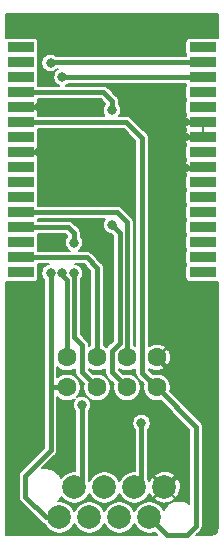
<source format=gtl>
G04 #@! TF.GenerationSoftware,KiCad,Pcbnew,(5.1.9)-1*
G04 #@! TF.CreationDate,2023-02-14T09:35:45+01:00*
G04 #@! TF.ProjectId,Stlink,53746c69-6e6b-42e6-9b69-6361645f7063,rev?*
G04 #@! TF.SameCoordinates,PXd59f80PY14fb180*
G04 #@! TF.FileFunction,Copper,L1,Top*
G04 #@! TF.FilePolarity,Positive*
%FSLAX46Y46*%
G04 Gerber Fmt 4.6, Leading zero omitted, Abs format (unit mm)*
G04 Created by KiCad (PCBNEW (5.1.9)-1) date 2023-02-14 09:35:45*
%MOMM*%
%LPD*%
G01*
G04 APERTURE LIST*
G04 #@! TA.AperFunction,ComponentPad*
%ADD10C,2.000000*%
G04 #@! TD*
G04 #@! TA.AperFunction,SMDPad,CuDef*
%ADD11R,2.200000X0.900000*%
G04 #@! TD*
G04 #@! TA.AperFunction,ComponentPad*
%ADD12C,1.600000*%
G04 #@! TD*
G04 #@! TA.AperFunction,ViaPad*
%ADD13C,0.800000*%
G04 #@! TD*
G04 #@! TA.AperFunction,Conductor*
%ADD14C,0.400000*%
G04 #@! TD*
G04 #@! TA.AperFunction,Conductor*
%ADD15C,0.150000*%
G04 #@! TD*
G04 #@! TA.AperFunction,Conductor*
%ADD16C,0.100000*%
G04 #@! TD*
G04 APERTURE END LIST*
D10*
X13845000Y-40530000D03*
X12575000Y-43070000D03*
X8765000Y-40530000D03*
X7495000Y-43070000D03*
X4955000Y-43070000D03*
X6225000Y-40530000D03*
X10035000Y-43070000D03*
X11305000Y-40530000D03*
D11*
X1698970Y-3275000D03*
X1698970Y-14705000D03*
X1698970Y-15975000D03*
X1698970Y-17245000D03*
X1698970Y-18515000D03*
X1698970Y-19785000D03*
X1698970Y-21055000D03*
X1698970Y-22325000D03*
X17101030Y-22325000D03*
X17101030Y-21055000D03*
X17101030Y-19785000D03*
X1698970Y-4545000D03*
X17101030Y-18515000D03*
X17101030Y-17245000D03*
X17101030Y-15975000D03*
X17101030Y-14705000D03*
X17101030Y-13435000D03*
X17101030Y-12165000D03*
X17101030Y-10895000D03*
X17101030Y-9625000D03*
X17101030Y-8355000D03*
X17101030Y-7085000D03*
X1698970Y-5815000D03*
X17101030Y-5815000D03*
X17101030Y-4545000D03*
X17101030Y-3275000D03*
X1698970Y-7085000D03*
X1698970Y-8355000D03*
X1698970Y-9625000D03*
X1698970Y-10895000D03*
X1698970Y-12165000D03*
X1698970Y-13435000D03*
D12*
X13210000Y-29530000D03*
X8130000Y-29530000D03*
X5590000Y-29530000D03*
X10670000Y-29530000D03*
X5590000Y-32070000D03*
X8130000Y-32070000D03*
X10670000Y-32070000D03*
X13210000Y-32070000D03*
D13*
X7150000Y-23900000D03*
X2200000Y-34400000D03*
X5400000Y-34400000D03*
X9400000Y-3300000D03*
X3700000Y-19800000D03*
X9100000Y-22400000D03*
X3200000Y-12150000D03*
X3200000Y-8350000D03*
X15600000Y-13450000D03*
X15600000Y-10900000D03*
X15600000Y-9600000D03*
X15000000Y-32600000D03*
X15000000Y-35200000D03*
X5400000Y-38200000D03*
X6200000Y-22400000D03*
X6200000Y-19800000D03*
X4199997Y-22400000D03*
X4200000Y-4600000D03*
X5200000Y-22400000D03*
X5200000Y-5800000D03*
X6850000Y-33550000D03*
X9400000Y-18300000D03*
X9400000Y-8600000D03*
X11900000Y-35100000D03*
D14*
X17096030Y-10900000D02*
X17101030Y-10895000D01*
X15600000Y-10900000D02*
X17096030Y-10900000D01*
X17076030Y-9600000D02*
X17101030Y-9625000D01*
X15600000Y-9600000D02*
X17076030Y-9600000D01*
X17086030Y-13450000D02*
X17101030Y-13435000D01*
X15600000Y-13450000D02*
X17086030Y-13450000D01*
X1703970Y-8350000D02*
X1698970Y-8355000D01*
X3200000Y-8350000D02*
X1703970Y-8350000D01*
X1713970Y-12150000D02*
X1698970Y-12165000D01*
X3200000Y-12150000D02*
X1713970Y-12150000D01*
X15000000Y-31320000D02*
X15000000Y-32600000D01*
X13210000Y-29530000D02*
X13740000Y-30060000D01*
X15000000Y-39375000D02*
X13845000Y-40530000D01*
X15000000Y-35200000D02*
X15000000Y-39375000D01*
X13740000Y-30060000D02*
X15000000Y-31320000D01*
X1698970Y-9625000D02*
X10625000Y-9625000D01*
X10625000Y-9625000D02*
X11950000Y-10950000D01*
X11950000Y-30810000D02*
X13210000Y-32070000D01*
X11950000Y-10950000D02*
X11950000Y-30810000D01*
X14025001Y-44520001D02*
X12575000Y-43070000D01*
X15776001Y-44520001D02*
X14025001Y-44520001D01*
X16530001Y-43766001D02*
X15776001Y-44520001D01*
X16530001Y-35390001D02*
X16530001Y-43766001D01*
X13210000Y-32070000D02*
X16530001Y-35390001D01*
X6850000Y-30790000D02*
X8130000Y-32070000D01*
X6850000Y-28450000D02*
X6190010Y-27790010D01*
X6850000Y-30790000D02*
X6850000Y-28450000D01*
X6190010Y-22409990D02*
X6200000Y-22400000D01*
X6190010Y-27790010D02*
X6190010Y-22409990D01*
X1698970Y-18515000D02*
X5715000Y-18515000D01*
X6200000Y-19000000D02*
X6200000Y-19800000D01*
X5715000Y-18515000D02*
X6200000Y-19000000D01*
X4199997Y-22400000D02*
X4199997Y-29915999D01*
X4255000Y-4545000D02*
X4200000Y-4600000D01*
X17101030Y-4545000D02*
X4255000Y-4545000D01*
X3817998Y-43070000D02*
X4955000Y-43070000D01*
X2069999Y-41322001D02*
X3817998Y-43070000D01*
X2069999Y-39530001D02*
X2069999Y-41322001D01*
X4199997Y-37400003D02*
X2069999Y-39530001D01*
X4229994Y-32070000D02*
X4199997Y-32099997D01*
X5590000Y-32070000D02*
X4229994Y-32070000D01*
X4199997Y-32099997D02*
X4199997Y-37400003D01*
X4199997Y-29915999D02*
X4199997Y-32099997D01*
X5200000Y-22584002D02*
X5200000Y-22400000D01*
X5590000Y-22974002D02*
X5200000Y-22584002D01*
X5590000Y-29530000D02*
X5590000Y-22974002D01*
X17086030Y-5800000D02*
X17101030Y-5815000D01*
X5200000Y-5800000D02*
X17086030Y-5800000D01*
X6850000Y-39905000D02*
X6225000Y-40530000D01*
X6850000Y-33550000D02*
X6850000Y-39905000D01*
X9400000Y-8600000D02*
X9400000Y-7800000D01*
X8685000Y-7085000D02*
X1698970Y-7085000D01*
X9400000Y-7800000D02*
X8685000Y-7085000D01*
X10670000Y-32070000D02*
X9400000Y-30800000D01*
X9400000Y-29000000D02*
X10069990Y-28330010D01*
X9400000Y-30800000D02*
X9400000Y-29000000D01*
X10069990Y-18969990D02*
X9400000Y-18300000D01*
X10069990Y-28330010D02*
X10069990Y-18969990D01*
X7255000Y-21055000D02*
X1698970Y-21055000D01*
X8130000Y-21930000D02*
X7255000Y-21055000D01*
X8130000Y-29530000D02*
X8130000Y-21930000D01*
X1698970Y-17245000D02*
X9845000Y-17245000D01*
X9845000Y-17245000D02*
X10670000Y-18070000D01*
X10670000Y-18070000D02*
X10670000Y-29530000D01*
X11900000Y-39935000D02*
X11305000Y-40530000D01*
X11900000Y-35100000D02*
X11900000Y-39935000D01*
D15*
X15652899Y-6409200D02*
X15674707Y-6450000D01*
X15652899Y-6490800D01*
X15631456Y-6561487D01*
X15624216Y-6635000D01*
X15624216Y-7535000D01*
X15631456Y-7608513D01*
X15652899Y-7679200D01*
X15674707Y-7720000D01*
X15652899Y-7760800D01*
X15631456Y-7831487D01*
X15624216Y-7905000D01*
X15624216Y-8805000D01*
X15631456Y-8878513D01*
X15652899Y-8949200D01*
X15674707Y-8990000D01*
X15652899Y-9030800D01*
X15631456Y-9101487D01*
X15624216Y-9175000D01*
X15626030Y-9506250D01*
X15719780Y-9600000D01*
X17076030Y-9600000D01*
X17076030Y-9580000D01*
X17126030Y-9580000D01*
X17126030Y-9600000D01*
X17146030Y-9600000D01*
X17146030Y-9650000D01*
X17126030Y-9650000D01*
X17126030Y-10870000D01*
X17146030Y-10870000D01*
X17146030Y-10920000D01*
X17126030Y-10920000D01*
X17126030Y-10940000D01*
X17076030Y-10940000D01*
X17076030Y-10920000D01*
X15719780Y-10920000D01*
X15626030Y-11013750D01*
X15624216Y-11345000D01*
X15631456Y-11418513D01*
X15652899Y-11489200D01*
X15674707Y-11530000D01*
X15652899Y-11570800D01*
X15631456Y-11641487D01*
X15624216Y-11715000D01*
X15624216Y-12615000D01*
X15631456Y-12688513D01*
X15652899Y-12759200D01*
X15674707Y-12800000D01*
X15652899Y-12840800D01*
X15631456Y-12911487D01*
X15624216Y-12985000D01*
X15626030Y-13316250D01*
X15719780Y-13410000D01*
X17076030Y-13410000D01*
X17076030Y-13390000D01*
X17126030Y-13390000D01*
X17126030Y-13410000D01*
X17146030Y-13410000D01*
X17146030Y-13460000D01*
X17126030Y-13460000D01*
X17126030Y-13480000D01*
X17076030Y-13480000D01*
X17076030Y-13460000D01*
X15719780Y-13460000D01*
X15626030Y-13553750D01*
X15624216Y-13885000D01*
X15631456Y-13958513D01*
X15652899Y-14029200D01*
X15674707Y-14070000D01*
X15652899Y-14110800D01*
X15631456Y-14181487D01*
X15624216Y-14255000D01*
X15624216Y-15155000D01*
X15631456Y-15228513D01*
X15652899Y-15299200D01*
X15674707Y-15340000D01*
X15652899Y-15380800D01*
X15631456Y-15451487D01*
X15624216Y-15525000D01*
X15624216Y-16425000D01*
X15631456Y-16498513D01*
X15652899Y-16569200D01*
X15674707Y-16610000D01*
X15652899Y-16650800D01*
X15631456Y-16721487D01*
X15624216Y-16795000D01*
X15624216Y-17695000D01*
X15631456Y-17768513D01*
X15652899Y-17839200D01*
X15674707Y-17880000D01*
X15652899Y-17920800D01*
X15631456Y-17991487D01*
X15624216Y-18065000D01*
X15624216Y-18965000D01*
X15631456Y-19038513D01*
X15652899Y-19109200D01*
X15674707Y-19150000D01*
X15652899Y-19190800D01*
X15631456Y-19261487D01*
X15624216Y-19335000D01*
X15624216Y-20235000D01*
X15631456Y-20308513D01*
X15652899Y-20379200D01*
X15674707Y-20420000D01*
X15652899Y-20460800D01*
X15631456Y-20531487D01*
X15624216Y-20605000D01*
X15624216Y-21505000D01*
X15631456Y-21578513D01*
X15652899Y-21649200D01*
X15674707Y-21690000D01*
X15652899Y-21730800D01*
X15631456Y-21801487D01*
X15624216Y-21875000D01*
X15624216Y-22775000D01*
X15631456Y-22848513D01*
X15652899Y-22919200D01*
X15687721Y-22984347D01*
X15734582Y-23041448D01*
X15791683Y-23088309D01*
X15856830Y-23123131D01*
X15927517Y-23144574D01*
X16001030Y-23151814D01*
X18201030Y-23151814D01*
X18274543Y-23144574D01*
X18345230Y-23123131D01*
X18350000Y-23120581D01*
X18350000Y-43977995D01*
X18337409Y-44106407D01*
X18306504Y-44208768D01*
X18256308Y-44303173D01*
X18188733Y-44386028D01*
X18106350Y-44454182D01*
X18012298Y-44505036D01*
X17910162Y-44536652D01*
X17783166Y-44550000D01*
X16559174Y-44550000D01*
X16916613Y-44192562D01*
X16938555Y-44174555D01*
X16980440Y-44123517D01*
X17010409Y-44087000D01*
X17063802Y-43987109D01*
X17066448Y-43978385D01*
X17096681Y-43878721D01*
X17105001Y-43794247D01*
X17105001Y-43794245D01*
X17107783Y-43766002D01*
X17105001Y-43737759D01*
X17105001Y-35418243D01*
X17107783Y-35390000D01*
X17101485Y-35326059D01*
X17096681Y-35277281D01*
X17063802Y-35168893D01*
X17011880Y-35071755D01*
X17010409Y-35069002D01*
X16956560Y-35003387D01*
X16938555Y-34981447D01*
X16916614Y-34963441D01*
X14344169Y-32390997D01*
X14385000Y-32185727D01*
X14385000Y-31954273D01*
X14339845Y-31727265D01*
X14251271Y-31513429D01*
X14122682Y-31320981D01*
X13959019Y-31157318D01*
X13766571Y-31028729D01*
X13552735Y-30940155D01*
X13325727Y-30895000D01*
X13094273Y-30895000D01*
X12889003Y-30935831D01*
X12525000Y-30571828D01*
X12525000Y-30472540D01*
X12536392Y-30499675D01*
X12738510Y-30612457D01*
X12958746Y-30683641D01*
X13188638Y-30710491D01*
X13419350Y-30691976D01*
X13642017Y-30628806D01*
X13848083Y-30523411D01*
X13883608Y-30499675D01*
X13960698Y-30316053D01*
X13210000Y-29565355D01*
X13195858Y-29579498D01*
X13160503Y-29544143D01*
X13174645Y-29530000D01*
X13245355Y-29530000D01*
X13996053Y-30280698D01*
X14179675Y-30203608D01*
X14292457Y-30001490D01*
X14363641Y-29781254D01*
X14390491Y-29551362D01*
X14371976Y-29320650D01*
X14308806Y-29097983D01*
X14203411Y-28891917D01*
X14179675Y-28856392D01*
X13996053Y-28779302D01*
X13245355Y-29530000D01*
X13174645Y-29530000D01*
X13160503Y-29515858D01*
X13195858Y-29480503D01*
X13210000Y-29494645D01*
X13960698Y-28743947D01*
X13883608Y-28560325D01*
X13681490Y-28447543D01*
X13461254Y-28376359D01*
X13231362Y-28349509D01*
X13000650Y-28368024D01*
X12777983Y-28431194D01*
X12571917Y-28536589D01*
X12536392Y-28560325D01*
X12525000Y-28587460D01*
X12525000Y-10978243D01*
X12527782Y-10950000D01*
X12524827Y-10920000D01*
X12516680Y-10837280D01*
X12483801Y-10728892D01*
X12430409Y-10629003D01*
X12430408Y-10629001D01*
X12376559Y-10563386D01*
X12358554Y-10541446D01*
X12336613Y-10523440D01*
X11888173Y-10075000D01*
X15624216Y-10075000D01*
X15631456Y-10148513D01*
X15652899Y-10219200D01*
X15674707Y-10260000D01*
X15652899Y-10300800D01*
X15631456Y-10371487D01*
X15624216Y-10445000D01*
X15626030Y-10776250D01*
X15719780Y-10870000D01*
X17076030Y-10870000D01*
X17076030Y-9650000D01*
X15719780Y-9650000D01*
X15626030Y-9743750D01*
X15624216Y-10075000D01*
X11888173Y-10075000D01*
X11051565Y-9238393D01*
X11033554Y-9216446D01*
X10945998Y-9144592D01*
X10846108Y-9091199D01*
X10737720Y-9058320D01*
X10653246Y-9050000D01*
X10653243Y-9050000D01*
X10625000Y-9047218D01*
X10596757Y-9050000D01*
X10031404Y-9050000D01*
X10086796Y-8967100D01*
X10145217Y-8826059D01*
X10175000Y-8676331D01*
X10175000Y-8523669D01*
X10145217Y-8373941D01*
X10086796Y-8232900D01*
X10001982Y-8105966D01*
X9975000Y-8078984D01*
X9975000Y-7828243D01*
X9977782Y-7800000D01*
X9973921Y-7760800D01*
X9966680Y-7687280D01*
X9933801Y-7578892D01*
X9880408Y-7479002D01*
X9808554Y-7391446D01*
X9786612Y-7373439D01*
X9111565Y-6698393D01*
X9093554Y-6676446D01*
X9005998Y-6604592D01*
X8906108Y-6551199D01*
X8797720Y-6518320D01*
X8713246Y-6510000D01*
X8713243Y-6510000D01*
X8685000Y-6507218D01*
X8656757Y-6510000D01*
X5511080Y-6510000D01*
X5567100Y-6486796D01*
X5694034Y-6401982D01*
X5721016Y-6375000D01*
X15642524Y-6375000D01*
X15652899Y-6409200D01*
G04 #@! TA.AperFunction,Conductor*
D16*
G36*
X15652899Y-6409200D02*
G01*
X15674707Y-6450000D01*
X15652899Y-6490800D01*
X15631456Y-6561487D01*
X15624216Y-6635000D01*
X15624216Y-7535000D01*
X15631456Y-7608513D01*
X15652899Y-7679200D01*
X15674707Y-7720000D01*
X15652899Y-7760800D01*
X15631456Y-7831487D01*
X15624216Y-7905000D01*
X15624216Y-8805000D01*
X15631456Y-8878513D01*
X15652899Y-8949200D01*
X15674707Y-8990000D01*
X15652899Y-9030800D01*
X15631456Y-9101487D01*
X15624216Y-9175000D01*
X15626030Y-9506250D01*
X15719780Y-9600000D01*
X17076030Y-9600000D01*
X17076030Y-9580000D01*
X17126030Y-9580000D01*
X17126030Y-9600000D01*
X17146030Y-9600000D01*
X17146030Y-9650000D01*
X17126030Y-9650000D01*
X17126030Y-10870000D01*
X17146030Y-10870000D01*
X17146030Y-10920000D01*
X17126030Y-10920000D01*
X17126030Y-10940000D01*
X17076030Y-10940000D01*
X17076030Y-10920000D01*
X15719780Y-10920000D01*
X15626030Y-11013750D01*
X15624216Y-11345000D01*
X15631456Y-11418513D01*
X15652899Y-11489200D01*
X15674707Y-11530000D01*
X15652899Y-11570800D01*
X15631456Y-11641487D01*
X15624216Y-11715000D01*
X15624216Y-12615000D01*
X15631456Y-12688513D01*
X15652899Y-12759200D01*
X15674707Y-12800000D01*
X15652899Y-12840800D01*
X15631456Y-12911487D01*
X15624216Y-12985000D01*
X15626030Y-13316250D01*
X15719780Y-13410000D01*
X17076030Y-13410000D01*
X17076030Y-13390000D01*
X17126030Y-13390000D01*
X17126030Y-13410000D01*
X17146030Y-13410000D01*
X17146030Y-13460000D01*
X17126030Y-13460000D01*
X17126030Y-13480000D01*
X17076030Y-13480000D01*
X17076030Y-13460000D01*
X15719780Y-13460000D01*
X15626030Y-13553750D01*
X15624216Y-13885000D01*
X15631456Y-13958513D01*
X15652899Y-14029200D01*
X15674707Y-14070000D01*
X15652899Y-14110800D01*
X15631456Y-14181487D01*
X15624216Y-14255000D01*
X15624216Y-15155000D01*
X15631456Y-15228513D01*
X15652899Y-15299200D01*
X15674707Y-15340000D01*
X15652899Y-15380800D01*
X15631456Y-15451487D01*
X15624216Y-15525000D01*
X15624216Y-16425000D01*
X15631456Y-16498513D01*
X15652899Y-16569200D01*
X15674707Y-16610000D01*
X15652899Y-16650800D01*
X15631456Y-16721487D01*
X15624216Y-16795000D01*
X15624216Y-17695000D01*
X15631456Y-17768513D01*
X15652899Y-17839200D01*
X15674707Y-17880000D01*
X15652899Y-17920800D01*
X15631456Y-17991487D01*
X15624216Y-18065000D01*
X15624216Y-18965000D01*
X15631456Y-19038513D01*
X15652899Y-19109200D01*
X15674707Y-19150000D01*
X15652899Y-19190800D01*
X15631456Y-19261487D01*
X15624216Y-19335000D01*
X15624216Y-20235000D01*
X15631456Y-20308513D01*
X15652899Y-20379200D01*
X15674707Y-20420000D01*
X15652899Y-20460800D01*
X15631456Y-20531487D01*
X15624216Y-20605000D01*
X15624216Y-21505000D01*
X15631456Y-21578513D01*
X15652899Y-21649200D01*
X15674707Y-21690000D01*
X15652899Y-21730800D01*
X15631456Y-21801487D01*
X15624216Y-21875000D01*
X15624216Y-22775000D01*
X15631456Y-22848513D01*
X15652899Y-22919200D01*
X15687721Y-22984347D01*
X15734582Y-23041448D01*
X15791683Y-23088309D01*
X15856830Y-23123131D01*
X15927517Y-23144574D01*
X16001030Y-23151814D01*
X18201030Y-23151814D01*
X18274543Y-23144574D01*
X18345230Y-23123131D01*
X18350000Y-23120581D01*
X18350000Y-43977995D01*
X18337409Y-44106407D01*
X18306504Y-44208768D01*
X18256308Y-44303173D01*
X18188733Y-44386028D01*
X18106350Y-44454182D01*
X18012298Y-44505036D01*
X17910162Y-44536652D01*
X17783166Y-44550000D01*
X16559174Y-44550000D01*
X16916613Y-44192562D01*
X16938555Y-44174555D01*
X16980440Y-44123517D01*
X17010409Y-44087000D01*
X17063802Y-43987109D01*
X17066448Y-43978385D01*
X17096681Y-43878721D01*
X17105001Y-43794247D01*
X17105001Y-43794245D01*
X17107783Y-43766002D01*
X17105001Y-43737759D01*
X17105001Y-35418243D01*
X17107783Y-35390000D01*
X17101485Y-35326059D01*
X17096681Y-35277281D01*
X17063802Y-35168893D01*
X17011880Y-35071755D01*
X17010409Y-35069002D01*
X16956560Y-35003387D01*
X16938555Y-34981447D01*
X16916614Y-34963441D01*
X14344169Y-32390997D01*
X14385000Y-32185727D01*
X14385000Y-31954273D01*
X14339845Y-31727265D01*
X14251271Y-31513429D01*
X14122682Y-31320981D01*
X13959019Y-31157318D01*
X13766571Y-31028729D01*
X13552735Y-30940155D01*
X13325727Y-30895000D01*
X13094273Y-30895000D01*
X12889003Y-30935831D01*
X12525000Y-30571828D01*
X12525000Y-30472540D01*
X12536392Y-30499675D01*
X12738510Y-30612457D01*
X12958746Y-30683641D01*
X13188638Y-30710491D01*
X13419350Y-30691976D01*
X13642017Y-30628806D01*
X13848083Y-30523411D01*
X13883608Y-30499675D01*
X13960698Y-30316053D01*
X13210000Y-29565355D01*
X13195858Y-29579498D01*
X13160503Y-29544143D01*
X13174645Y-29530000D01*
X13245355Y-29530000D01*
X13996053Y-30280698D01*
X14179675Y-30203608D01*
X14292457Y-30001490D01*
X14363641Y-29781254D01*
X14390491Y-29551362D01*
X14371976Y-29320650D01*
X14308806Y-29097983D01*
X14203411Y-28891917D01*
X14179675Y-28856392D01*
X13996053Y-28779302D01*
X13245355Y-29530000D01*
X13174645Y-29530000D01*
X13160503Y-29515858D01*
X13195858Y-29480503D01*
X13210000Y-29494645D01*
X13960698Y-28743947D01*
X13883608Y-28560325D01*
X13681490Y-28447543D01*
X13461254Y-28376359D01*
X13231362Y-28349509D01*
X13000650Y-28368024D01*
X12777983Y-28431194D01*
X12571917Y-28536589D01*
X12536392Y-28560325D01*
X12525000Y-28587460D01*
X12525000Y-10978243D01*
X12527782Y-10950000D01*
X12524827Y-10920000D01*
X12516680Y-10837280D01*
X12483801Y-10728892D01*
X12430409Y-10629003D01*
X12430408Y-10629001D01*
X12376559Y-10563386D01*
X12358554Y-10541446D01*
X12336613Y-10523440D01*
X11888173Y-10075000D01*
X15624216Y-10075000D01*
X15631456Y-10148513D01*
X15652899Y-10219200D01*
X15674707Y-10260000D01*
X15652899Y-10300800D01*
X15631456Y-10371487D01*
X15624216Y-10445000D01*
X15626030Y-10776250D01*
X15719780Y-10870000D01*
X17076030Y-10870000D01*
X17076030Y-9650000D01*
X15719780Y-9650000D01*
X15626030Y-9743750D01*
X15624216Y-10075000D01*
X11888173Y-10075000D01*
X11051565Y-9238393D01*
X11033554Y-9216446D01*
X10945998Y-9144592D01*
X10846108Y-9091199D01*
X10737720Y-9058320D01*
X10653246Y-9050000D01*
X10653243Y-9050000D01*
X10625000Y-9047218D01*
X10596757Y-9050000D01*
X10031404Y-9050000D01*
X10086796Y-8967100D01*
X10145217Y-8826059D01*
X10175000Y-8676331D01*
X10175000Y-8523669D01*
X10145217Y-8373941D01*
X10086796Y-8232900D01*
X10001982Y-8105966D01*
X9975000Y-8078984D01*
X9975000Y-7828243D01*
X9977782Y-7800000D01*
X9973921Y-7760800D01*
X9966680Y-7687280D01*
X9933801Y-7578892D01*
X9880408Y-7479002D01*
X9808554Y-7391446D01*
X9786612Y-7373439D01*
X9111565Y-6698393D01*
X9093554Y-6676446D01*
X9005998Y-6604592D01*
X8906108Y-6551199D01*
X8797720Y-6518320D01*
X8713246Y-6510000D01*
X8713243Y-6510000D01*
X8685000Y-6507218D01*
X8656757Y-6510000D01*
X5511080Y-6510000D01*
X5567100Y-6486796D01*
X5694034Y-6401982D01*
X5721016Y-6375000D01*
X15642524Y-6375000D01*
X15652899Y-6409200D01*
G37*
G04 #@! TD.AperFunction*
D15*
X3973938Y-21654783D02*
X3832897Y-21713204D01*
X3705963Y-21798018D01*
X3598015Y-21905966D01*
X3513201Y-22032900D01*
X3454780Y-22173941D01*
X3424997Y-22323669D01*
X3424997Y-22476331D01*
X3454780Y-22626059D01*
X3513201Y-22767100D01*
X3598015Y-22894034D01*
X3624997Y-22921016D01*
X3624998Y-29887744D01*
X3624997Y-29887754D01*
X3624998Y-32071742D01*
X3624997Y-32071751D01*
X3622215Y-32099997D01*
X3624997Y-32128240D01*
X3624998Y-37161829D01*
X1683392Y-39103436D01*
X1661445Y-39121447D01*
X1633910Y-39155000D01*
X1589591Y-39209003D01*
X1558174Y-39267780D01*
X1536198Y-39308894D01*
X1503319Y-39417282D01*
X1495751Y-39494123D01*
X1492217Y-39530001D01*
X1494999Y-39558245D01*
X1495000Y-41293748D01*
X1492217Y-41322001D01*
X1503320Y-41434720D01*
X1536198Y-41543108D01*
X1589591Y-41642999D01*
X1632100Y-41694796D01*
X1661446Y-41730555D01*
X1683388Y-41748562D01*
X3391437Y-43456612D01*
X3409444Y-43478554D01*
X3431384Y-43496559D01*
X3496999Y-43550408D01*
X3533887Y-43570125D01*
X3596890Y-43603801D01*
X3700886Y-43635348D01*
X3736491Y-43721307D01*
X3886968Y-43946511D01*
X4078489Y-44138032D01*
X4303693Y-44288509D01*
X4553927Y-44392159D01*
X4819574Y-44445000D01*
X5090426Y-44445000D01*
X5356073Y-44392159D01*
X5606307Y-44288509D01*
X5831511Y-44138032D01*
X6023032Y-43946511D01*
X6173509Y-43721307D01*
X6225000Y-43596996D01*
X6276491Y-43721307D01*
X6426968Y-43946511D01*
X6618489Y-44138032D01*
X6843693Y-44288509D01*
X7093927Y-44392159D01*
X7359574Y-44445000D01*
X7630426Y-44445000D01*
X7896073Y-44392159D01*
X8146307Y-44288509D01*
X8371511Y-44138032D01*
X8563032Y-43946511D01*
X8713509Y-43721307D01*
X8765000Y-43596996D01*
X8816491Y-43721307D01*
X8966968Y-43946511D01*
X9158489Y-44138032D01*
X9383693Y-44288509D01*
X9633927Y-44392159D01*
X9899574Y-44445000D01*
X10170426Y-44445000D01*
X10436073Y-44392159D01*
X10686307Y-44288509D01*
X10911511Y-44138032D01*
X11103032Y-43946511D01*
X11253509Y-43721307D01*
X11305000Y-43596996D01*
X11356491Y-43721307D01*
X11506968Y-43946511D01*
X11698489Y-44138032D01*
X11923693Y-44288509D01*
X12173927Y-44392159D01*
X12439574Y-44445000D01*
X12710426Y-44445000D01*
X12976073Y-44392159D01*
X13052379Y-44360552D01*
X13241827Y-44550000D01*
X450000Y-44550000D01*
X450000Y-23120581D01*
X454770Y-23123131D01*
X525457Y-23144574D01*
X598970Y-23151814D01*
X2798970Y-23151814D01*
X2872483Y-23144574D01*
X2943170Y-23123131D01*
X3008317Y-23088309D01*
X3065418Y-23041448D01*
X3112279Y-22984347D01*
X3147101Y-22919200D01*
X3168544Y-22848513D01*
X3175784Y-22775000D01*
X3175784Y-21875000D01*
X3168544Y-21801487D01*
X3147101Y-21730800D01*
X3125293Y-21690000D01*
X3147101Y-21649200D01*
X3152925Y-21630000D01*
X4098530Y-21630000D01*
X3973938Y-21654783D01*
G04 #@! TA.AperFunction,Conductor*
D16*
G36*
X3973938Y-21654783D02*
G01*
X3832897Y-21713204D01*
X3705963Y-21798018D01*
X3598015Y-21905966D01*
X3513201Y-22032900D01*
X3454780Y-22173941D01*
X3424997Y-22323669D01*
X3424997Y-22476331D01*
X3454780Y-22626059D01*
X3513201Y-22767100D01*
X3598015Y-22894034D01*
X3624997Y-22921016D01*
X3624998Y-29887744D01*
X3624997Y-29887754D01*
X3624998Y-32071742D01*
X3624997Y-32071751D01*
X3622215Y-32099997D01*
X3624997Y-32128240D01*
X3624998Y-37161829D01*
X1683392Y-39103436D01*
X1661445Y-39121447D01*
X1633910Y-39155000D01*
X1589591Y-39209003D01*
X1558174Y-39267780D01*
X1536198Y-39308894D01*
X1503319Y-39417282D01*
X1495751Y-39494123D01*
X1492217Y-39530001D01*
X1494999Y-39558245D01*
X1495000Y-41293748D01*
X1492217Y-41322001D01*
X1503320Y-41434720D01*
X1536198Y-41543108D01*
X1589591Y-41642999D01*
X1632100Y-41694796D01*
X1661446Y-41730555D01*
X1683388Y-41748562D01*
X3391437Y-43456612D01*
X3409444Y-43478554D01*
X3431384Y-43496559D01*
X3496999Y-43550408D01*
X3533887Y-43570125D01*
X3596890Y-43603801D01*
X3700886Y-43635348D01*
X3736491Y-43721307D01*
X3886968Y-43946511D01*
X4078489Y-44138032D01*
X4303693Y-44288509D01*
X4553927Y-44392159D01*
X4819574Y-44445000D01*
X5090426Y-44445000D01*
X5356073Y-44392159D01*
X5606307Y-44288509D01*
X5831511Y-44138032D01*
X6023032Y-43946511D01*
X6173509Y-43721307D01*
X6225000Y-43596996D01*
X6276491Y-43721307D01*
X6426968Y-43946511D01*
X6618489Y-44138032D01*
X6843693Y-44288509D01*
X7093927Y-44392159D01*
X7359574Y-44445000D01*
X7630426Y-44445000D01*
X7896073Y-44392159D01*
X8146307Y-44288509D01*
X8371511Y-44138032D01*
X8563032Y-43946511D01*
X8713509Y-43721307D01*
X8765000Y-43596996D01*
X8816491Y-43721307D01*
X8966968Y-43946511D01*
X9158489Y-44138032D01*
X9383693Y-44288509D01*
X9633927Y-44392159D01*
X9899574Y-44445000D01*
X10170426Y-44445000D01*
X10436073Y-44392159D01*
X10686307Y-44288509D01*
X10911511Y-44138032D01*
X11103032Y-43946511D01*
X11253509Y-43721307D01*
X11305000Y-43596996D01*
X11356491Y-43721307D01*
X11506968Y-43946511D01*
X11698489Y-44138032D01*
X11923693Y-44288509D01*
X12173927Y-44392159D01*
X12439574Y-44445000D01*
X12710426Y-44445000D01*
X12976073Y-44392159D01*
X13052379Y-44360552D01*
X13241827Y-44550000D01*
X450000Y-44550000D01*
X450000Y-23120581D01*
X454770Y-23123131D01*
X525457Y-23144574D01*
X598970Y-23151814D01*
X2798970Y-23151814D01*
X2872483Y-23144574D01*
X2943170Y-23123131D01*
X3008317Y-23088309D01*
X3065418Y-23041448D01*
X3112279Y-22984347D01*
X3147101Y-22919200D01*
X3168544Y-22848513D01*
X3175784Y-22775000D01*
X3175784Y-21875000D01*
X3168544Y-21801487D01*
X3147101Y-21730800D01*
X3125293Y-21690000D01*
X3147101Y-21649200D01*
X3152925Y-21630000D01*
X4098530Y-21630000D01*
X3973938Y-21654783D01*
G37*
G04 #@! TD.AperFunction*
D15*
X4840981Y-30442682D02*
X5033429Y-30571271D01*
X5247265Y-30659845D01*
X5474273Y-30705000D01*
X5705727Y-30705000D01*
X5932735Y-30659845D01*
X6146571Y-30571271D01*
X6275000Y-30485458D01*
X6275000Y-30761757D01*
X6272218Y-30790000D01*
X6275000Y-30818243D01*
X6275000Y-30818245D01*
X6283320Y-30902719D01*
X6316199Y-31011107D01*
X6369592Y-31110998D01*
X6377799Y-31120998D01*
X6441446Y-31198554D01*
X6463393Y-31216565D01*
X6995831Y-31749003D01*
X6955000Y-31954273D01*
X6955000Y-32185727D01*
X7000155Y-32412735D01*
X7088729Y-32626571D01*
X7217318Y-32819019D01*
X7380981Y-32982682D01*
X7573429Y-33111271D01*
X7787265Y-33199845D01*
X8014273Y-33245000D01*
X8245727Y-33245000D01*
X8472735Y-33199845D01*
X8686571Y-33111271D01*
X8879019Y-32982682D01*
X9042682Y-32819019D01*
X9171271Y-32626571D01*
X9259845Y-32412735D01*
X9305000Y-32185727D01*
X9305000Y-31954273D01*
X9259845Y-31727265D01*
X9171271Y-31513429D01*
X9042682Y-31320981D01*
X8879019Y-31157318D01*
X8686571Y-31028729D01*
X8472735Y-30940155D01*
X8245727Y-30895000D01*
X8014273Y-30895000D01*
X7809003Y-30935831D01*
X7425000Y-30551828D01*
X7425000Y-30472094D01*
X7573429Y-30571271D01*
X7787265Y-30659845D01*
X8014273Y-30705000D01*
X8245727Y-30705000D01*
X8472735Y-30659845D01*
X8686571Y-30571271D01*
X8825000Y-30478776D01*
X8825000Y-30771756D01*
X8822218Y-30800000D01*
X8825000Y-30828243D01*
X8825000Y-30828245D01*
X8833320Y-30912719D01*
X8841643Y-30940155D01*
X8866199Y-31021107D01*
X8919592Y-31120998D01*
X8927799Y-31130998D01*
X8991446Y-31208554D01*
X9013393Y-31226565D01*
X9535831Y-31749003D01*
X9495000Y-31954273D01*
X9495000Y-32185727D01*
X9540155Y-32412735D01*
X9628729Y-32626571D01*
X9757318Y-32819019D01*
X9920981Y-32982682D01*
X10113429Y-33111271D01*
X10327265Y-33199845D01*
X10554273Y-33245000D01*
X10785727Y-33245000D01*
X11012735Y-33199845D01*
X11226571Y-33111271D01*
X11419019Y-32982682D01*
X11582682Y-32819019D01*
X11711271Y-32626571D01*
X11799845Y-32412735D01*
X11845000Y-32185727D01*
X11845000Y-31954273D01*
X11799845Y-31727265D01*
X11711271Y-31513429D01*
X11582682Y-31320981D01*
X11419019Y-31157318D01*
X11226571Y-31028729D01*
X11012735Y-30940155D01*
X10785727Y-30895000D01*
X10554273Y-30895000D01*
X10349003Y-30935831D01*
X9975000Y-30561828D01*
X9975000Y-30478776D01*
X10113429Y-30571271D01*
X10327265Y-30659845D01*
X10554273Y-30705000D01*
X10785727Y-30705000D01*
X11012735Y-30659845D01*
X11226571Y-30571271D01*
X11375001Y-30472094D01*
X11375001Y-30781747D01*
X11372218Y-30810000D01*
X11383321Y-30922719D01*
X11416199Y-31031107D01*
X11469592Y-31130998D01*
X11515234Y-31186613D01*
X11541447Y-31218554D01*
X11563389Y-31236561D01*
X12075831Y-31749003D01*
X12035000Y-31954273D01*
X12035000Y-32185727D01*
X12080155Y-32412735D01*
X12168729Y-32626571D01*
X12297318Y-32819019D01*
X12460981Y-32982682D01*
X12653429Y-33111271D01*
X12867265Y-33199845D01*
X13094273Y-33245000D01*
X13325727Y-33245000D01*
X13530997Y-33204169D01*
X15955001Y-35628174D01*
X15955002Y-41940824D01*
X15754991Y-41807181D01*
X15495657Y-41699762D01*
X15220350Y-41645000D01*
X14939650Y-41645000D01*
X14664343Y-41699762D01*
X14405009Y-41807181D01*
X14171615Y-41963130D01*
X13973130Y-42161615D01*
X13817181Y-42395009D01*
X13800440Y-42435426D01*
X13793509Y-42418693D01*
X13643032Y-42193489D01*
X13451511Y-42001968D01*
X13226307Y-41851491D01*
X12976073Y-41747841D01*
X12710426Y-41695000D01*
X12439574Y-41695000D01*
X12173927Y-41747841D01*
X11923693Y-41851491D01*
X11698489Y-42001968D01*
X11506968Y-42193489D01*
X11356491Y-42418693D01*
X11305000Y-42543004D01*
X11253509Y-42418693D01*
X11103032Y-42193489D01*
X10911511Y-42001968D01*
X10686307Y-41851491D01*
X10436073Y-41747841D01*
X10170426Y-41695000D01*
X9899574Y-41695000D01*
X9633927Y-41747841D01*
X9383693Y-41851491D01*
X9158489Y-42001968D01*
X8966968Y-42193489D01*
X8816491Y-42418693D01*
X8765000Y-42543004D01*
X8713509Y-42418693D01*
X8563032Y-42193489D01*
X8371511Y-42001968D01*
X8146307Y-41851491D01*
X7896073Y-41747841D01*
X7630426Y-41695000D01*
X7359574Y-41695000D01*
X7093927Y-41747841D01*
X6843693Y-41851491D01*
X6618489Y-42001968D01*
X6426968Y-42193489D01*
X6276491Y-42418693D01*
X6225000Y-42543004D01*
X6173509Y-42418693D01*
X6023032Y-42193489D01*
X5831511Y-42001968D01*
X5606307Y-41851491D01*
X5356073Y-41747841D01*
X5090426Y-41695000D01*
X4853097Y-41695000D01*
X4982220Y-41565877D01*
X5122837Y-41355430D01*
X5156968Y-41406511D01*
X5348489Y-41598032D01*
X5573693Y-41748509D01*
X5823927Y-41852159D01*
X6089574Y-41905000D01*
X6360426Y-41905000D01*
X6626073Y-41852159D01*
X6876307Y-41748509D01*
X7101511Y-41598032D01*
X7293032Y-41406511D01*
X7443509Y-41181307D01*
X7495000Y-41056996D01*
X7546491Y-41181307D01*
X7696968Y-41406511D01*
X7888489Y-41598032D01*
X8113693Y-41748509D01*
X8363927Y-41852159D01*
X8629574Y-41905000D01*
X8900426Y-41905000D01*
X9166073Y-41852159D01*
X9416307Y-41748509D01*
X9641511Y-41598032D01*
X9833032Y-41406511D01*
X9983509Y-41181307D01*
X10035000Y-41056996D01*
X10086491Y-41181307D01*
X10236968Y-41406511D01*
X10428489Y-41598032D01*
X10653693Y-41748509D01*
X10903927Y-41852159D01*
X11169574Y-41905000D01*
X11440426Y-41905000D01*
X11706073Y-41852159D01*
X11956307Y-41748509D01*
X12181511Y-41598032D01*
X12321352Y-41458191D01*
X12952165Y-41458191D01*
X13053243Y-41662292D01*
X13289356Y-41794999D01*
X13546822Y-41879093D01*
X13815746Y-41911342D01*
X14085795Y-41890507D01*
X14346590Y-41817388D01*
X14588110Y-41694796D01*
X14636757Y-41662292D01*
X14737835Y-41458191D01*
X13845000Y-40565355D01*
X12952165Y-41458191D01*
X12321352Y-41458191D01*
X12373032Y-41406511D01*
X12523509Y-41181307D01*
X12572981Y-41061870D01*
X12680204Y-41273110D01*
X12712708Y-41321757D01*
X12916809Y-41422835D01*
X13809645Y-40530000D01*
X13880355Y-40530000D01*
X14773191Y-41422835D01*
X14977292Y-41321757D01*
X15109999Y-41085644D01*
X15194093Y-40828178D01*
X15226342Y-40559254D01*
X15205507Y-40289205D01*
X15132388Y-40028410D01*
X15009796Y-39786890D01*
X14977292Y-39738243D01*
X14773191Y-39637165D01*
X13880355Y-40530000D01*
X13809645Y-40530000D01*
X12916809Y-39637165D01*
X12712708Y-39738243D01*
X12580001Y-39974356D01*
X12572565Y-39997124D01*
X12523509Y-39878693D01*
X12475000Y-39806094D01*
X12475000Y-39601809D01*
X12952165Y-39601809D01*
X13845000Y-40494645D01*
X14737835Y-39601809D01*
X14636757Y-39397708D01*
X14400644Y-39265001D01*
X14143178Y-39180907D01*
X13874254Y-39148658D01*
X13604205Y-39169493D01*
X13343410Y-39242612D01*
X13101890Y-39365204D01*
X13053243Y-39397708D01*
X12952165Y-39601809D01*
X12475000Y-39601809D01*
X12475000Y-35621016D01*
X12501982Y-35594034D01*
X12586796Y-35467100D01*
X12645217Y-35326059D01*
X12675000Y-35176331D01*
X12675000Y-35023669D01*
X12645217Y-34873941D01*
X12586796Y-34732900D01*
X12501982Y-34605966D01*
X12394034Y-34498018D01*
X12267100Y-34413204D01*
X12126059Y-34354783D01*
X11976331Y-34325000D01*
X11823669Y-34325000D01*
X11673941Y-34354783D01*
X11532900Y-34413204D01*
X11405966Y-34498018D01*
X11298018Y-34605966D01*
X11213204Y-34732900D01*
X11154783Y-34873941D01*
X11125000Y-35023669D01*
X11125000Y-35176331D01*
X11154783Y-35326059D01*
X11213204Y-35467100D01*
X11298018Y-35594034D01*
X11325000Y-35621016D01*
X11325001Y-39155000D01*
X11169574Y-39155000D01*
X10903927Y-39207841D01*
X10653693Y-39311491D01*
X10428489Y-39461968D01*
X10236968Y-39653489D01*
X10086491Y-39878693D01*
X10035000Y-40003004D01*
X9983509Y-39878693D01*
X9833032Y-39653489D01*
X9641511Y-39461968D01*
X9416307Y-39311491D01*
X9166073Y-39207841D01*
X8900426Y-39155000D01*
X8629574Y-39155000D01*
X8363927Y-39207841D01*
X8113693Y-39311491D01*
X7888489Y-39461968D01*
X7696968Y-39653489D01*
X7546491Y-39878693D01*
X7495000Y-40003004D01*
X7443509Y-39878693D01*
X7425000Y-39850992D01*
X7425000Y-34071016D01*
X7451982Y-34044034D01*
X7536796Y-33917100D01*
X7595217Y-33776059D01*
X7625000Y-33626331D01*
X7625000Y-33473669D01*
X7595217Y-33323941D01*
X7536796Y-33182900D01*
X7451982Y-33055966D01*
X7344034Y-32948018D01*
X7217100Y-32863204D01*
X7076059Y-32804783D01*
X6926331Y-32775000D01*
X6773669Y-32775000D01*
X6623941Y-32804783D01*
X6482900Y-32863204D01*
X6409358Y-32912343D01*
X6502682Y-32819019D01*
X6631271Y-32626571D01*
X6719845Y-32412735D01*
X6765000Y-32185727D01*
X6765000Y-31954273D01*
X6719845Y-31727265D01*
X6631271Y-31513429D01*
X6502682Y-31320981D01*
X6339019Y-31157318D01*
X6146571Y-31028729D01*
X5932735Y-30940155D01*
X5705727Y-30895000D01*
X5474273Y-30895000D01*
X5247265Y-30940155D01*
X5033429Y-31028729D01*
X4840981Y-31157318D01*
X4774997Y-31223302D01*
X4774997Y-30376698D01*
X4840981Y-30442682D01*
G04 #@! TA.AperFunction,Conductor*
D16*
G36*
X4840981Y-30442682D02*
G01*
X5033429Y-30571271D01*
X5247265Y-30659845D01*
X5474273Y-30705000D01*
X5705727Y-30705000D01*
X5932735Y-30659845D01*
X6146571Y-30571271D01*
X6275000Y-30485458D01*
X6275000Y-30761757D01*
X6272218Y-30790000D01*
X6275000Y-30818243D01*
X6275000Y-30818245D01*
X6283320Y-30902719D01*
X6316199Y-31011107D01*
X6369592Y-31110998D01*
X6377799Y-31120998D01*
X6441446Y-31198554D01*
X6463393Y-31216565D01*
X6995831Y-31749003D01*
X6955000Y-31954273D01*
X6955000Y-32185727D01*
X7000155Y-32412735D01*
X7088729Y-32626571D01*
X7217318Y-32819019D01*
X7380981Y-32982682D01*
X7573429Y-33111271D01*
X7787265Y-33199845D01*
X8014273Y-33245000D01*
X8245727Y-33245000D01*
X8472735Y-33199845D01*
X8686571Y-33111271D01*
X8879019Y-32982682D01*
X9042682Y-32819019D01*
X9171271Y-32626571D01*
X9259845Y-32412735D01*
X9305000Y-32185727D01*
X9305000Y-31954273D01*
X9259845Y-31727265D01*
X9171271Y-31513429D01*
X9042682Y-31320981D01*
X8879019Y-31157318D01*
X8686571Y-31028729D01*
X8472735Y-30940155D01*
X8245727Y-30895000D01*
X8014273Y-30895000D01*
X7809003Y-30935831D01*
X7425000Y-30551828D01*
X7425000Y-30472094D01*
X7573429Y-30571271D01*
X7787265Y-30659845D01*
X8014273Y-30705000D01*
X8245727Y-30705000D01*
X8472735Y-30659845D01*
X8686571Y-30571271D01*
X8825000Y-30478776D01*
X8825000Y-30771756D01*
X8822218Y-30800000D01*
X8825000Y-30828243D01*
X8825000Y-30828245D01*
X8833320Y-30912719D01*
X8841643Y-30940155D01*
X8866199Y-31021107D01*
X8919592Y-31120998D01*
X8927799Y-31130998D01*
X8991446Y-31208554D01*
X9013393Y-31226565D01*
X9535831Y-31749003D01*
X9495000Y-31954273D01*
X9495000Y-32185727D01*
X9540155Y-32412735D01*
X9628729Y-32626571D01*
X9757318Y-32819019D01*
X9920981Y-32982682D01*
X10113429Y-33111271D01*
X10327265Y-33199845D01*
X10554273Y-33245000D01*
X10785727Y-33245000D01*
X11012735Y-33199845D01*
X11226571Y-33111271D01*
X11419019Y-32982682D01*
X11582682Y-32819019D01*
X11711271Y-32626571D01*
X11799845Y-32412735D01*
X11845000Y-32185727D01*
X11845000Y-31954273D01*
X11799845Y-31727265D01*
X11711271Y-31513429D01*
X11582682Y-31320981D01*
X11419019Y-31157318D01*
X11226571Y-31028729D01*
X11012735Y-30940155D01*
X10785727Y-30895000D01*
X10554273Y-30895000D01*
X10349003Y-30935831D01*
X9975000Y-30561828D01*
X9975000Y-30478776D01*
X10113429Y-30571271D01*
X10327265Y-30659845D01*
X10554273Y-30705000D01*
X10785727Y-30705000D01*
X11012735Y-30659845D01*
X11226571Y-30571271D01*
X11375001Y-30472094D01*
X11375001Y-30781747D01*
X11372218Y-30810000D01*
X11383321Y-30922719D01*
X11416199Y-31031107D01*
X11469592Y-31130998D01*
X11515234Y-31186613D01*
X11541447Y-31218554D01*
X11563389Y-31236561D01*
X12075831Y-31749003D01*
X12035000Y-31954273D01*
X12035000Y-32185727D01*
X12080155Y-32412735D01*
X12168729Y-32626571D01*
X12297318Y-32819019D01*
X12460981Y-32982682D01*
X12653429Y-33111271D01*
X12867265Y-33199845D01*
X13094273Y-33245000D01*
X13325727Y-33245000D01*
X13530997Y-33204169D01*
X15955001Y-35628174D01*
X15955002Y-41940824D01*
X15754991Y-41807181D01*
X15495657Y-41699762D01*
X15220350Y-41645000D01*
X14939650Y-41645000D01*
X14664343Y-41699762D01*
X14405009Y-41807181D01*
X14171615Y-41963130D01*
X13973130Y-42161615D01*
X13817181Y-42395009D01*
X13800440Y-42435426D01*
X13793509Y-42418693D01*
X13643032Y-42193489D01*
X13451511Y-42001968D01*
X13226307Y-41851491D01*
X12976073Y-41747841D01*
X12710426Y-41695000D01*
X12439574Y-41695000D01*
X12173927Y-41747841D01*
X11923693Y-41851491D01*
X11698489Y-42001968D01*
X11506968Y-42193489D01*
X11356491Y-42418693D01*
X11305000Y-42543004D01*
X11253509Y-42418693D01*
X11103032Y-42193489D01*
X10911511Y-42001968D01*
X10686307Y-41851491D01*
X10436073Y-41747841D01*
X10170426Y-41695000D01*
X9899574Y-41695000D01*
X9633927Y-41747841D01*
X9383693Y-41851491D01*
X9158489Y-42001968D01*
X8966968Y-42193489D01*
X8816491Y-42418693D01*
X8765000Y-42543004D01*
X8713509Y-42418693D01*
X8563032Y-42193489D01*
X8371511Y-42001968D01*
X8146307Y-41851491D01*
X7896073Y-41747841D01*
X7630426Y-41695000D01*
X7359574Y-41695000D01*
X7093927Y-41747841D01*
X6843693Y-41851491D01*
X6618489Y-42001968D01*
X6426968Y-42193489D01*
X6276491Y-42418693D01*
X6225000Y-42543004D01*
X6173509Y-42418693D01*
X6023032Y-42193489D01*
X5831511Y-42001968D01*
X5606307Y-41851491D01*
X5356073Y-41747841D01*
X5090426Y-41695000D01*
X4853097Y-41695000D01*
X4982220Y-41565877D01*
X5122837Y-41355430D01*
X5156968Y-41406511D01*
X5348489Y-41598032D01*
X5573693Y-41748509D01*
X5823927Y-41852159D01*
X6089574Y-41905000D01*
X6360426Y-41905000D01*
X6626073Y-41852159D01*
X6876307Y-41748509D01*
X7101511Y-41598032D01*
X7293032Y-41406511D01*
X7443509Y-41181307D01*
X7495000Y-41056996D01*
X7546491Y-41181307D01*
X7696968Y-41406511D01*
X7888489Y-41598032D01*
X8113693Y-41748509D01*
X8363927Y-41852159D01*
X8629574Y-41905000D01*
X8900426Y-41905000D01*
X9166073Y-41852159D01*
X9416307Y-41748509D01*
X9641511Y-41598032D01*
X9833032Y-41406511D01*
X9983509Y-41181307D01*
X10035000Y-41056996D01*
X10086491Y-41181307D01*
X10236968Y-41406511D01*
X10428489Y-41598032D01*
X10653693Y-41748509D01*
X10903927Y-41852159D01*
X11169574Y-41905000D01*
X11440426Y-41905000D01*
X11706073Y-41852159D01*
X11956307Y-41748509D01*
X12181511Y-41598032D01*
X12321352Y-41458191D01*
X12952165Y-41458191D01*
X13053243Y-41662292D01*
X13289356Y-41794999D01*
X13546822Y-41879093D01*
X13815746Y-41911342D01*
X14085795Y-41890507D01*
X14346590Y-41817388D01*
X14588110Y-41694796D01*
X14636757Y-41662292D01*
X14737835Y-41458191D01*
X13845000Y-40565355D01*
X12952165Y-41458191D01*
X12321352Y-41458191D01*
X12373032Y-41406511D01*
X12523509Y-41181307D01*
X12572981Y-41061870D01*
X12680204Y-41273110D01*
X12712708Y-41321757D01*
X12916809Y-41422835D01*
X13809645Y-40530000D01*
X13880355Y-40530000D01*
X14773191Y-41422835D01*
X14977292Y-41321757D01*
X15109999Y-41085644D01*
X15194093Y-40828178D01*
X15226342Y-40559254D01*
X15205507Y-40289205D01*
X15132388Y-40028410D01*
X15009796Y-39786890D01*
X14977292Y-39738243D01*
X14773191Y-39637165D01*
X13880355Y-40530000D01*
X13809645Y-40530000D01*
X12916809Y-39637165D01*
X12712708Y-39738243D01*
X12580001Y-39974356D01*
X12572565Y-39997124D01*
X12523509Y-39878693D01*
X12475000Y-39806094D01*
X12475000Y-39601809D01*
X12952165Y-39601809D01*
X13845000Y-40494645D01*
X14737835Y-39601809D01*
X14636757Y-39397708D01*
X14400644Y-39265001D01*
X14143178Y-39180907D01*
X13874254Y-39148658D01*
X13604205Y-39169493D01*
X13343410Y-39242612D01*
X13101890Y-39365204D01*
X13053243Y-39397708D01*
X12952165Y-39601809D01*
X12475000Y-39601809D01*
X12475000Y-35621016D01*
X12501982Y-35594034D01*
X12586796Y-35467100D01*
X12645217Y-35326059D01*
X12675000Y-35176331D01*
X12675000Y-35023669D01*
X12645217Y-34873941D01*
X12586796Y-34732900D01*
X12501982Y-34605966D01*
X12394034Y-34498018D01*
X12267100Y-34413204D01*
X12126059Y-34354783D01*
X11976331Y-34325000D01*
X11823669Y-34325000D01*
X11673941Y-34354783D01*
X11532900Y-34413204D01*
X11405966Y-34498018D01*
X11298018Y-34605966D01*
X11213204Y-34732900D01*
X11154783Y-34873941D01*
X11125000Y-35023669D01*
X11125000Y-35176331D01*
X11154783Y-35326059D01*
X11213204Y-35467100D01*
X11298018Y-35594034D01*
X11325000Y-35621016D01*
X11325001Y-39155000D01*
X11169574Y-39155000D01*
X10903927Y-39207841D01*
X10653693Y-39311491D01*
X10428489Y-39461968D01*
X10236968Y-39653489D01*
X10086491Y-39878693D01*
X10035000Y-40003004D01*
X9983509Y-39878693D01*
X9833032Y-39653489D01*
X9641511Y-39461968D01*
X9416307Y-39311491D01*
X9166073Y-39207841D01*
X8900426Y-39155000D01*
X8629574Y-39155000D01*
X8363927Y-39207841D01*
X8113693Y-39311491D01*
X7888489Y-39461968D01*
X7696968Y-39653489D01*
X7546491Y-39878693D01*
X7495000Y-40003004D01*
X7443509Y-39878693D01*
X7425000Y-39850992D01*
X7425000Y-34071016D01*
X7451982Y-34044034D01*
X7536796Y-33917100D01*
X7595217Y-33776059D01*
X7625000Y-33626331D01*
X7625000Y-33473669D01*
X7595217Y-33323941D01*
X7536796Y-33182900D01*
X7451982Y-33055966D01*
X7344034Y-32948018D01*
X7217100Y-32863204D01*
X7076059Y-32804783D01*
X6926331Y-32775000D01*
X6773669Y-32775000D01*
X6623941Y-32804783D01*
X6482900Y-32863204D01*
X6409358Y-32912343D01*
X6502682Y-32819019D01*
X6631271Y-32626571D01*
X6719845Y-32412735D01*
X6765000Y-32185727D01*
X6765000Y-31954273D01*
X6719845Y-31727265D01*
X6631271Y-31513429D01*
X6502682Y-31320981D01*
X6339019Y-31157318D01*
X6146571Y-31028729D01*
X5932735Y-30940155D01*
X5705727Y-30895000D01*
X5474273Y-30895000D01*
X5247265Y-30940155D01*
X5033429Y-31028729D01*
X4840981Y-31157318D01*
X4774997Y-31223302D01*
X4774997Y-30376698D01*
X4840981Y-30442682D01*
G37*
G04 #@! TD.AperFunction*
D15*
X4840981Y-32982682D02*
X5033429Y-33111271D01*
X5247265Y-33199845D01*
X5474273Y-33245000D01*
X5705727Y-33245000D01*
X5932735Y-33199845D01*
X6146571Y-33111271D01*
X6285626Y-33018358D01*
X6248018Y-33055966D01*
X6163204Y-33182900D01*
X6104783Y-33323941D01*
X6075000Y-33473669D01*
X6075000Y-33626331D01*
X6104783Y-33776059D01*
X6163204Y-33917100D01*
X6248018Y-34044034D01*
X6275000Y-34071016D01*
X6275001Y-39155000D01*
X6089574Y-39155000D01*
X5823927Y-39207841D01*
X5573693Y-39311491D01*
X5348489Y-39461968D01*
X5156968Y-39653489D01*
X5122837Y-39704570D01*
X4982220Y-39494123D01*
X4755877Y-39267780D01*
X4489726Y-39089943D01*
X4193995Y-38967448D01*
X3880049Y-38905000D01*
X3559951Y-38905000D01*
X3495316Y-38917857D01*
X4586609Y-37826564D01*
X4608551Y-37808557D01*
X4642779Y-37766850D01*
X4680405Y-37721002D01*
X4733798Y-37621111D01*
X4766677Y-37512723D01*
X4774997Y-37428249D01*
X4774997Y-37428247D01*
X4777779Y-37400004D01*
X4774997Y-37371761D01*
X4774997Y-32916698D01*
X4840981Y-32982682D01*
G04 #@! TA.AperFunction,Conductor*
D16*
G36*
X4840981Y-32982682D02*
G01*
X5033429Y-33111271D01*
X5247265Y-33199845D01*
X5474273Y-33245000D01*
X5705727Y-33245000D01*
X5932735Y-33199845D01*
X6146571Y-33111271D01*
X6285626Y-33018358D01*
X6248018Y-33055966D01*
X6163204Y-33182900D01*
X6104783Y-33323941D01*
X6075000Y-33473669D01*
X6075000Y-33626331D01*
X6104783Y-33776059D01*
X6163204Y-33917100D01*
X6248018Y-34044034D01*
X6275000Y-34071016D01*
X6275001Y-39155000D01*
X6089574Y-39155000D01*
X5823927Y-39207841D01*
X5573693Y-39311491D01*
X5348489Y-39461968D01*
X5156968Y-39653489D01*
X5122837Y-39704570D01*
X4982220Y-39494123D01*
X4755877Y-39267780D01*
X4489726Y-39089943D01*
X4193995Y-38967448D01*
X3880049Y-38905000D01*
X3559951Y-38905000D01*
X3495316Y-38917857D01*
X4586609Y-37826564D01*
X4608551Y-37808557D01*
X4642779Y-37766850D01*
X4680405Y-37721002D01*
X4733798Y-37621111D01*
X4766677Y-37512723D01*
X4774997Y-37428249D01*
X4774997Y-37428247D01*
X4777779Y-37400004D01*
X4774997Y-37371761D01*
X4774997Y-32916698D01*
X4840981Y-32982682D01*
G37*
G04 #@! TD.AperFunction*
D15*
X8713204Y-17932900D02*
X8654783Y-18073941D01*
X8625000Y-18223669D01*
X8625000Y-18376331D01*
X8654783Y-18526059D01*
X8713204Y-18667100D01*
X8798018Y-18794034D01*
X8905966Y-18901982D01*
X9032900Y-18986796D01*
X9173941Y-19045217D01*
X9323669Y-19075000D01*
X9361827Y-19075000D01*
X9494991Y-19208164D01*
X9494990Y-28091837D01*
X9013389Y-28573439D01*
X8991447Y-28591446D01*
X8973441Y-28613387D01*
X8929108Y-28667407D01*
X8879019Y-28617318D01*
X8705000Y-28501043D01*
X8705000Y-21958243D01*
X8707782Y-21930000D01*
X8702482Y-21876189D01*
X8696680Y-21817280D01*
X8663801Y-21708892D01*
X8621632Y-21630000D01*
X8610408Y-21609001D01*
X8556559Y-21543386D01*
X8538554Y-21521446D01*
X8516612Y-21503439D01*
X7681565Y-20668393D01*
X7663554Y-20646446D01*
X7575998Y-20574592D01*
X7476108Y-20521199D01*
X7367720Y-20488320D01*
X7283246Y-20480000D01*
X7283243Y-20480000D01*
X7255000Y-20477218D01*
X7226757Y-20480000D01*
X6577271Y-20480000D01*
X6694034Y-20401982D01*
X6801982Y-20294034D01*
X6886796Y-20167100D01*
X6945217Y-20026059D01*
X6975000Y-19876331D01*
X6975000Y-19723669D01*
X6945217Y-19573941D01*
X6886796Y-19432900D01*
X6801982Y-19305966D01*
X6775000Y-19278984D01*
X6775000Y-19028243D01*
X6777782Y-19000000D01*
X6774826Y-18969990D01*
X6766680Y-18887280D01*
X6733801Y-18778892D01*
X6680408Y-18679002D01*
X6608554Y-18591446D01*
X6586613Y-18573440D01*
X6141565Y-18128393D01*
X6123554Y-18106446D01*
X6035998Y-18034592D01*
X5936108Y-17981199D01*
X5827720Y-17948320D01*
X5743246Y-17940000D01*
X5743243Y-17940000D01*
X5715000Y-17937218D01*
X5686757Y-17940000D01*
X3152925Y-17940000D01*
X3147101Y-17920800D01*
X3125293Y-17880000D01*
X3147101Y-17839200D01*
X3152925Y-17820000D01*
X8788641Y-17820000D01*
X8713204Y-17932900D01*
G04 #@! TA.AperFunction,Conductor*
D16*
G36*
X8713204Y-17932900D02*
G01*
X8654783Y-18073941D01*
X8625000Y-18223669D01*
X8625000Y-18376331D01*
X8654783Y-18526059D01*
X8713204Y-18667100D01*
X8798018Y-18794034D01*
X8905966Y-18901982D01*
X9032900Y-18986796D01*
X9173941Y-19045217D01*
X9323669Y-19075000D01*
X9361827Y-19075000D01*
X9494991Y-19208164D01*
X9494990Y-28091837D01*
X9013389Y-28573439D01*
X8991447Y-28591446D01*
X8973441Y-28613387D01*
X8929108Y-28667407D01*
X8879019Y-28617318D01*
X8705000Y-28501043D01*
X8705000Y-21958243D01*
X8707782Y-21930000D01*
X8702482Y-21876189D01*
X8696680Y-21817280D01*
X8663801Y-21708892D01*
X8621632Y-21630000D01*
X8610408Y-21609001D01*
X8556559Y-21543386D01*
X8538554Y-21521446D01*
X8516612Y-21503439D01*
X7681565Y-20668393D01*
X7663554Y-20646446D01*
X7575998Y-20574592D01*
X7476108Y-20521199D01*
X7367720Y-20488320D01*
X7283246Y-20480000D01*
X7283243Y-20480000D01*
X7255000Y-20477218D01*
X7226757Y-20480000D01*
X6577271Y-20480000D01*
X6694034Y-20401982D01*
X6801982Y-20294034D01*
X6886796Y-20167100D01*
X6945217Y-20026059D01*
X6975000Y-19876331D01*
X6975000Y-19723669D01*
X6945217Y-19573941D01*
X6886796Y-19432900D01*
X6801982Y-19305966D01*
X6775000Y-19278984D01*
X6775000Y-19028243D01*
X6777782Y-19000000D01*
X6774826Y-18969990D01*
X6766680Y-18887280D01*
X6733801Y-18778892D01*
X6680408Y-18679002D01*
X6608554Y-18591446D01*
X6586613Y-18573440D01*
X6141565Y-18128393D01*
X6123554Y-18106446D01*
X6035998Y-18034592D01*
X5936108Y-17981199D01*
X5827720Y-17948320D01*
X5743246Y-17940000D01*
X5743243Y-17940000D01*
X5715000Y-17937218D01*
X5686757Y-17940000D01*
X3152925Y-17940000D01*
X3147101Y-17920800D01*
X3125293Y-17880000D01*
X3147101Y-17839200D01*
X3152925Y-17820000D01*
X8788641Y-17820000D01*
X8713204Y-17932900D01*
G37*
G04 #@! TD.AperFunction*
D15*
X7555001Y-22168174D02*
X7555000Y-28501043D01*
X7425000Y-28587906D01*
X7425000Y-28478243D01*
X7427782Y-28450000D01*
X7425000Y-28421754D01*
X7416680Y-28337280D01*
X7383801Y-28228892D01*
X7367590Y-28198564D01*
X7330408Y-28129001D01*
X7276559Y-28063386D01*
X7258554Y-28041446D01*
X7236612Y-28023439D01*
X6765010Y-27551838D01*
X6765010Y-22931006D01*
X6801982Y-22894034D01*
X6886796Y-22767100D01*
X6945217Y-22626059D01*
X6975000Y-22476331D01*
X6975000Y-22323669D01*
X6945217Y-22173941D01*
X6886796Y-22032900D01*
X6801982Y-21905966D01*
X6694034Y-21798018D01*
X6567100Y-21713204D01*
X6426059Y-21654783D01*
X6301467Y-21630000D01*
X7016828Y-21630000D01*
X7555001Y-22168174D01*
G04 #@! TA.AperFunction,Conductor*
D16*
G36*
X7555001Y-22168174D02*
G01*
X7555000Y-28501043D01*
X7425000Y-28587906D01*
X7425000Y-28478243D01*
X7427782Y-28450000D01*
X7425000Y-28421754D01*
X7416680Y-28337280D01*
X7383801Y-28228892D01*
X7367590Y-28198564D01*
X7330408Y-28129001D01*
X7276559Y-28063386D01*
X7258554Y-28041446D01*
X7236612Y-28023439D01*
X6765010Y-27551838D01*
X6765010Y-22931006D01*
X6801982Y-22894034D01*
X6886796Y-22767100D01*
X6945217Y-22626059D01*
X6975000Y-22476331D01*
X6975000Y-22323669D01*
X6945217Y-22173941D01*
X6886796Y-22032900D01*
X6801982Y-21905966D01*
X6694034Y-21798018D01*
X6567100Y-21713204D01*
X6426059Y-21654783D01*
X6301467Y-21630000D01*
X7016828Y-21630000D01*
X7555001Y-22168174D01*
G37*
G04 #@! TD.AperFunction*
D15*
X11375000Y-11188173D02*
X11375001Y-28587906D01*
X11245000Y-28501043D01*
X11245000Y-18098242D01*
X11247782Y-18069999D01*
X11245000Y-18041754D01*
X11236680Y-17957280D01*
X11203801Y-17848892D01*
X11150408Y-17749001D01*
X11106440Y-17695426D01*
X11078554Y-17661446D01*
X11056613Y-17643440D01*
X10271565Y-16858393D01*
X10253554Y-16836446D01*
X10165998Y-16764592D01*
X10066108Y-16711199D01*
X9957720Y-16678320D01*
X9873246Y-16670000D01*
X9873243Y-16670000D01*
X9845000Y-16667218D01*
X9816757Y-16670000D01*
X3152925Y-16670000D01*
X3147101Y-16650800D01*
X3125293Y-16610000D01*
X3147101Y-16569200D01*
X3168544Y-16498513D01*
X3175784Y-16425000D01*
X3175784Y-15525000D01*
X3168544Y-15451487D01*
X3147101Y-15380800D01*
X3125293Y-15340000D01*
X3147101Y-15299200D01*
X3168544Y-15228513D01*
X3175784Y-15155000D01*
X3175784Y-14255000D01*
X3168544Y-14181487D01*
X3147101Y-14110800D01*
X3125293Y-14070000D01*
X3147101Y-14029200D01*
X3168544Y-13958513D01*
X3175784Y-13885000D01*
X3175784Y-12985000D01*
X3168544Y-12911487D01*
X3147101Y-12840800D01*
X3125293Y-12800000D01*
X3147101Y-12759200D01*
X3168544Y-12688513D01*
X3175784Y-12615000D01*
X3173970Y-12283750D01*
X3080220Y-12190000D01*
X1723970Y-12190000D01*
X1723970Y-12210000D01*
X1673970Y-12210000D01*
X1673970Y-12190000D01*
X1653970Y-12190000D01*
X1653970Y-12140000D01*
X1673970Y-12140000D01*
X1673970Y-12120000D01*
X1723970Y-12120000D01*
X1723970Y-12140000D01*
X3080220Y-12140000D01*
X3173970Y-12046250D01*
X3175784Y-11715000D01*
X3168544Y-11641487D01*
X3147101Y-11570800D01*
X3125293Y-11530000D01*
X3147101Y-11489200D01*
X3168544Y-11418513D01*
X3175784Y-11345000D01*
X3175784Y-10445000D01*
X3168544Y-10371487D01*
X3147101Y-10300800D01*
X3125293Y-10260000D01*
X3147101Y-10219200D01*
X3152925Y-10200000D01*
X10386828Y-10200000D01*
X11375000Y-11188173D01*
G04 #@! TA.AperFunction,Conductor*
D16*
G36*
X11375000Y-11188173D02*
G01*
X11375001Y-28587906D01*
X11245000Y-28501043D01*
X11245000Y-18098242D01*
X11247782Y-18069999D01*
X11245000Y-18041754D01*
X11236680Y-17957280D01*
X11203801Y-17848892D01*
X11150408Y-17749001D01*
X11106440Y-17695426D01*
X11078554Y-17661446D01*
X11056613Y-17643440D01*
X10271565Y-16858393D01*
X10253554Y-16836446D01*
X10165998Y-16764592D01*
X10066108Y-16711199D01*
X9957720Y-16678320D01*
X9873246Y-16670000D01*
X9873243Y-16670000D01*
X9845000Y-16667218D01*
X9816757Y-16670000D01*
X3152925Y-16670000D01*
X3147101Y-16650800D01*
X3125293Y-16610000D01*
X3147101Y-16569200D01*
X3168544Y-16498513D01*
X3175784Y-16425000D01*
X3175784Y-15525000D01*
X3168544Y-15451487D01*
X3147101Y-15380800D01*
X3125293Y-15340000D01*
X3147101Y-15299200D01*
X3168544Y-15228513D01*
X3175784Y-15155000D01*
X3175784Y-14255000D01*
X3168544Y-14181487D01*
X3147101Y-14110800D01*
X3125293Y-14070000D01*
X3147101Y-14029200D01*
X3168544Y-13958513D01*
X3175784Y-13885000D01*
X3175784Y-12985000D01*
X3168544Y-12911487D01*
X3147101Y-12840800D01*
X3125293Y-12800000D01*
X3147101Y-12759200D01*
X3168544Y-12688513D01*
X3175784Y-12615000D01*
X3173970Y-12283750D01*
X3080220Y-12190000D01*
X1723970Y-12190000D01*
X1723970Y-12210000D01*
X1673970Y-12210000D01*
X1673970Y-12190000D01*
X1653970Y-12190000D01*
X1653970Y-12140000D01*
X1673970Y-12140000D01*
X1673970Y-12120000D01*
X1723970Y-12120000D01*
X1723970Y-12140000D01*
X3080220Y-12140000D01*
X3173970Y-12046250D01*
X3175784Y-11715000D01*
X3168544Y-11641487D01*
X3147101Y-11570800D01*
X3125293Y-11530000D01*
X3147101Y-11489200D01*
X3168544Y-11418513D01*
X3175784Y-11345000D01*
X3175784Y-10445000D01*
X3168544Y-10371487D01*
X3147101Y-10300800D01*
X3125293Y-10260000D01*
X3147101Y-10219200D01*
X3152925Y-10200000D01*
X10386828Y-10200000D01*
X11375000Y-11188173D01*
G37*
G04 #@! TD.AperFunction*
D15*
X5625000Y-19238173D02*
X5625000Y-19278984D01*
X5598018Y-19305966D01*
X5513204Y-19432900D01*
X5454783Y-19573941D01*
X5425000Y-19723669D01*
X5425000Y-19876331D01*
X5454783Y-20026059D01*
X5513204Y-20167100D01*
X5598018Y-20294034D01*
X5705966Y-20401982D01*
X5822729Y-20480000D01*
X3152925Y-20480000D01*
X3147101Y-20460800D01*
X3125293Y-20420000D01*
X3147101Y-20379200D01*
X3168544Y-20308513D01*
X3175784Y-20235000D01*
X3175784Y-19335000D01*
X3168544Y-19261487D01*
X3147101Y-19190800D01*
X3125293Y-19150000D01*
X3147101Y-19109200D01*
X3152925Y-19090000D01*
X5476828Y-19090000D01*
X5625000Y-19238173D01*
G04 #@! TA.AperFunction,Conductor*
D16*
G36*
X5625000Y-19238173D02*
G01*
X5625000Y-19278984D01*
X5598018Y-19305966D01*
X5513204Y-19432900D01*
X5454783Y-19573941D01*
X5425000Y-19723669D01*
X5425000Y-19876331D01*
X5454783Y-20026059D01*
X5513204Y-20167100D01*
X5598018Y-20294034D01*
X5705966Y-20401982D01*
X5822729Y-20480000D01*
X3152925Y-20480000D01*
X3147101Y-20460800D01*
X3125293Y-20420000D01*
X3147101Y-20379200D01*
X3168544Y-20308513D01*
X3175784Y-20235000D01*
X3175784Y-19335000D01*
X3168544Y-19261487D01*
X3147101Y-19190800D01*
X3125293Y-19150000D01*
X3147101Y-19109200D01*
X3152925Y-19090000D01*
X5476828Y-19090000D01*
X5625000Y-19238173D01*
G37*
G04 #@! TD.AperFunction*
D15*
X8825000Y-8038173D02*
X8825000Y-8078984D01*
X8798018Y-8105966D01*
X8713204Y-8232900D01*
X8654783Y-8373941D01*
X8625000Y-8523669D01*
X8625000Y-8676331D01*
X8654783Y-8826059D01*
X8713204Y-8967100D01*
X8768596Y-9050000D01*
X3152925Y-9050000D01*
X3147101Y-9030800D01*
X3125293Y-8990000D01*
X3147101Y-8949200D01*
X3168544Y-8878513D01*
X3175784Y-8805000D01*
X3173970Y-8473750D01*
X3080220Y-8380000D01*
X1723970Y-8380000D01*
X1723970Y-8400000D01*
X1673970Y-8400000D01*
X1673970Y-8380000D01*
X1653970Y-8380000D01*
X1653970Y-8330000D01*
X1673970Y-8330000D01*
X1673970Y-8310000D01*
X1723970Y-8310000D01*
X1723970Y-8330000D01*
X3080220Y-8330000D01*
X3173970Y-8236250D01*
X3175784Y-7905000D01*
X3168544Y-7831487D01*
X3147101Y-7760800D01*
X3125293Y-7720000D01*
X3147101Y-7679200D01*
X3152925Y-7660000D01*
X8446828Y-7660000D01*
X8825000Y-8038173D01*
G04 #@! TA.AperFunction,Conductor*
D16*
G36*
X8825000Y-8038173D02*
G01*
X8825000Y-8078984D01*
X8798018Y-8105966D01*
X8713204Y-8232900D01*
X8654783Y-8373941D01*
X8625000Y-8523669D01*
X8625000Y-8676331D01*
X8654783Y-8826059D01*
X8713204Y-8967100D01*
X8768596Y-9050000D01*
X3152925Y-9050000D01*
X3147101Y-9030800D01*
X3125293Y-8990000D01*
X3147101Y-8949200D01*
X3168544Y-8878513D01*
X3175784Y-8805000D01*
X3173970Y-8473750D01*
X3080220Y-8380000D01*
X1723970Y-8380000D01*
X1723970Y-8400000D01*
X1673970Y-8400000D01*
X1673970Y-8380000D01*
X1653970Y-8380000D01*
X1653970Y-8330000D01*
X1673970Y-8330000D01*
X1673970Y-8310000D01*
X1723970Y-8310000D01*
X1723970Y-8330000D01*
X3080220Y-8330000D01*
X3173970Y-8236250D01*
X3175784Y-7905000D01*
X3168544Y-7831487D01*
X3147101Y-7760800D01*
X3125293Y-7720000D01*
X3147101Y-7679200D01*
X3152925Y-7660000D01*
X8446828Y-7660000D01*
X8825000Y-8038173D01*
G37*
G04 #@! TD.AperFunction*
D15*
X18350001Y-2479419D02*
X18345230Y-2476869D01*
X18274543Y-2455426D01*
X18201030Y-2448186D01*
X16001030Y-2448186D01*
X15927517Y-2455426D01*
X15856830Y-2476869D01*
X15791683Y-2511691D01*
X15734582Y-2558552D01*
X15687721Y-2615653D01*
X15652899Y-2680800D01*
X15631456Y-2751487D01*
X15624216Y-2825000D01*
X15624216Y-3725000D01*
X15631456Y-3798513D01*
X15652899Y-3869200D01*
X15674707Y-3910000D01*
X15652899Y-3950800D01*
X15647075Y-3970000D01*
X4652102Y-3970000D01*
X4567100Y-3913204D01*
X4426059Y-3854783D01*
X4276331Y-3825000D01*
X4123669Y-3825000D01*
X3973941Y-3854783D01*
X3832900Y-3913204D01*
X3705966Y-3998018D01*
X3598018Y-4105966D01*
X3513204Y-4232900D01*
X3454783Y-4373941D01*
X3425000Y-4523669D01*
X3425000Y-4676331D01*
X3454783Y-4826059D01*
X3513204Y-4967100D01*
X3598018Y-5094034D01*
X3705966Y-5201982D01*
X3832900Y-5286796D01*
X3973941Y-5345217D01*
X4123669Y-5375000D01*
X4276331Y-5375000D01*
X4426059Y-5345217D01*
X4567100Y-5286796D01*
X4694034Y-5201982D01*
X4776016Y-5120000D01*
X4822729Y-5120000D01*
X4705966Y-5198018D01*
X4598018Y-5305966D01*
X4513204Y-5432900D01*
X4454783Y-5573941D01*
X4425000Y-5723669D01*
X4425000Y-5876331D01*
X4454783Y-6026059D01*
X4513204Y-6167100D01*
X4598018Y-6294034D01*
X4705966Y-6401982D01*
X4832900Y-6486796D01*
X4888920Y-6510000D01*
X3152925Y-6510000D01*
X3147101Y-6490800D01*
X3125293Y-6450000D01*
X3147101Y-6409200D01*
X3168544Y-6338513D01*
X3175784Y-6265000D01*
X3175784Y-5365000D01*
X3168544Y-5291487D01*
X3147101Y-5220800D01*
X3125293Y-5180000D01*
X3147101Y-5139200D01*
X3168544Y-5068513D01*
X3175784Y-4995000D01*
X3175784Y-4095000D01*
X3168544Y-4021487D01*
X3147101Y-3950800D01*
X3125293Y-3910000D01*
X3147101Y-3869200D01*
X3168544Y-3798513D01*
X3175784Y-3725000D01*
X3175784Y-2825000D01*
X3168544Y-2751487D01*
X3147101Y-2680800D01*
X3112279Y-2615653D01*
X3065418Y-2558552D01*
X3008317Y-2511691D01*
X2943170Y-2476869D01*
X2872483Y-2455426D01*
X2798970Y-2448186D01*
X598970Y-2448186D01*
X525457Y-2455426D01*
X454770Y-2476869D01*
X450000Y-2479419D01*
X450000Y-450000D01*
X18350001Y-450000D01*
X18350001Y-2479419D01*
G04 #@! TA.AperFunction,Conductor*
D16*
G36*
X18350001Y-2479419D02*
G01*
X18345230Y-2476869D01*
X18274543Y-2455426D01*
X18201030Y-2448186D01*
X16001030Y-2448186D01*
X15927517Y-2455426D01*
X15856830Y-2476869D01*
X15791683Y-2511691D01*
X15734582Y-2558552D01*
X15687721Y-2615653D01*
X15652899Y-2680800D01*
X15631456Y-2751487D01*
X15624216Y-2825000D01*
X15624216Y-3725000D01*
X15631456Y-3798513D01*
X15652899Y-3869200D01*
X15674707Y-3910000D01*
X15652899Y-3950800D01*
X15647075Y-3970000D01*
X4652102Y-3970000D01*
X4567100Y-3913204D01*
X4426059Y-3854783D01*
X4276331Y-3825000D01*
X4123669Y-3825000D01*
X3973941Y-3854783D01*
X3832900Y-3913204D01*
X3705966Y-3998018D01*
X3598018Y-4105966D01*
X3513204Y-4232900D01*
X3454783Y-4373941D01*
X3425000Y-4523669D01*
X3425000Y-4676331D01*
X3454783Y-4826059D01*
X3513204Y-4967100D01*
X3598018Y-5094034D01*
X3705966Y-5201982D01*
X3832900Y-5286796D01*
X3973941Y-5345217D01*
X4123669Y-5375000D01*
X4276331Y-5375000D01*
X4426059Y-5345217D01*
X4567100Y-5286796D01*
X4694034Y-5201982D01*
X4776016Y-5120000D01*
X4822729Y-5120000D01*
X4705966Y-5198018D01*
X4598018Y-5305966D01*
X4513204Y-5432900D01*
X4454783Y-5573941D01*
X4425000Y-5723669D01*
X4425000Y-5876331D01*
X4454783Y-6026059D01*
X4513204Y-6167100D01*
X4598018Y-6294034D01*
X4705966Y-6401982D01*
X4832900Y-6486796D01*
X4888920Y-6510000D01*
X3152925Y-6510000D01*
X3147101Y-6490800D01*
X3125293Y-6450000D01*
X3147101Y-6409200D01*
X3168544Y-6338513D01*
X3175784Y-6265000D01*
X3175784Y-5365000D01*
X3168544Y-5291487D01*
X3147101Y-5220800D01*
X3125293Y-5180000D01*
X3147101Y-5139200D01*
X3168544Y-5068513D01*
X3175784Y-4995000D01*
X3175784Y-4095000D01*
X3168544Y-4021487D01*
X3147101Y-3950800D01*
X3125293Y-3910000D01*
X3147101Y-3869200D01*
X3168544Y-3798513D01*
X3175784Y-3725000D01*
X3175784Y-2825000D01*
X3168544Y-2751487D01*
X3147101Y-2680800D01*
X3112279Y-2615653D01*
X3065418Y-2558552D01*
X3008317Y-2511691D01*
X2943170Y-2476869D01*
X2872483Y-2455426D01*
X2798970Y-2448186D01*
X598970Y-2448186D01*
X525457Y-2455426D01*
X454770Y-2476869D01*
X450000Y-2479419D01*
X450000Y-450000D01*
X18350001Y-450000D01*
X18350001Y-2479419D01*
G37*
G04 #@! TD.AperFunction*
M02*

</source>
